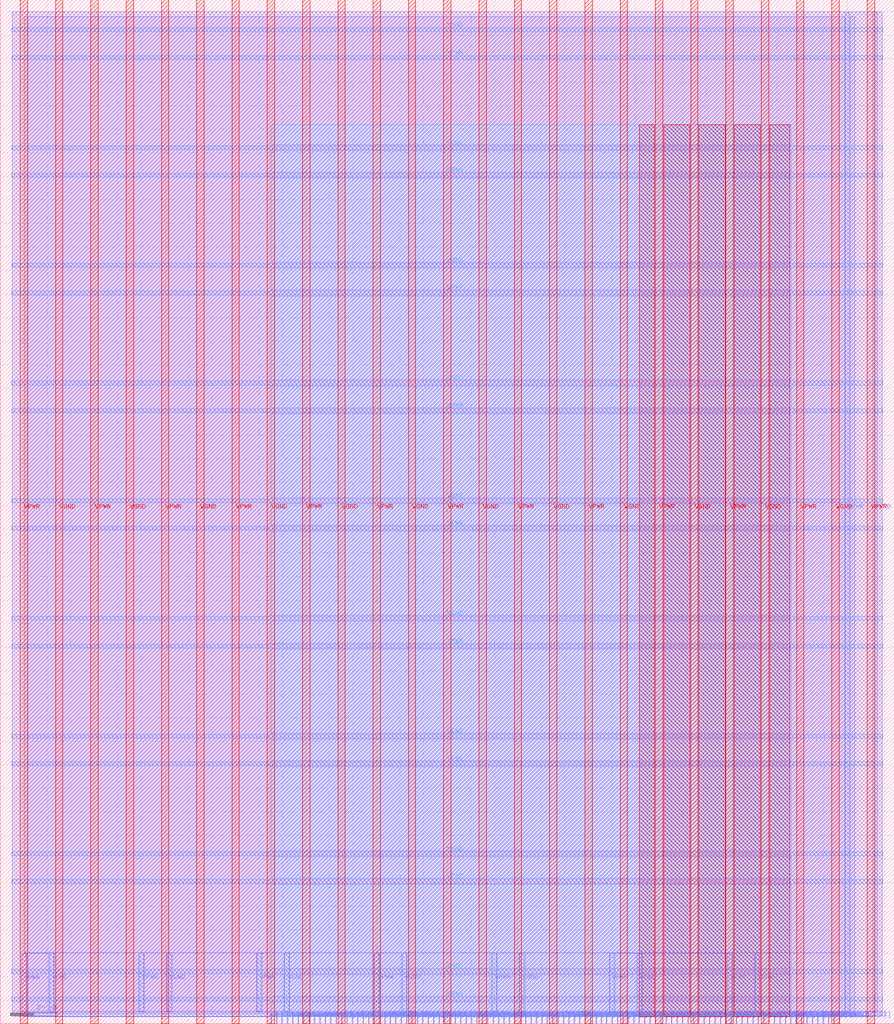
<source format=lef>
VERSION 5.7 ;
  NOWIREEXTENSIONATPIN ON ;
  DIVIDERCHAR "/" ;
  BUSBITCHARS "[]" ;
MACRO SRAM_1024x32_wrapper
  CLASS BLOCK ;
  FOREIGN SRAM_1024x32_wrapper ;
  ORIGIN 0.000 0.000 ;
  SIZE 380.000 BY 435.000 ;
  PIN VGND
    DIRECTION INOUT ;
    USE GROUND ;
    PORT
      LAYER met2 ;
        RECT 20.940 5.200 22.700 29.860 ;
    END
    PORT
      LAYER met2 ;
        RECT 70.940 5.200 72.700 29.860 ;
    END
    PORT
      LAYER met2 ;
        RECT 120.940 5.200 122.700 29.860 ;
    END
    PORT
      LAYER met2 ;
        RECT 170.940 5.200 172.700 29.860 ;
    END
    PORT
      LAYER met2 ;
        RECT 220.940 5.200 222.700 29.860 ;
    END
    PORT
      LAYER met2 ;
        RECT 270.940 5.200 272.700 29.720 ;
    END
    PORT
      LAYER met2 ;
        RECT 320.940 5.200 322.700 29.860 ;
    END
    PORT
      LAYER met2 ;
        RECT 370.940 5.200 372.700 430.000 ;
    END
    PORT
      LAYER met3 ;
        RECT 4.820 21.320 375.140 23.080 ;
    END
    PORT
      LAYER met3 ;
        RECT 4.820 71.320 375.140 73.080 ;
    END
    PORT
      LAYER met3 ;
        RECT 4.820 121.320 375.140 123.080 ;
    END
    PORT
      LAYER met3 ;
        RECT 4.820 171.320 375.140 173.080 ;
    END
    PORT
      LAYER met3 ;
        RECT 4.820 221.320 375.140 223.080 ;
    END
    PORT
      LAYER met3 ;
        RECT 4.820 271.320 375.140 273.080 ;
    END
    PORT
      LAYER met3 ;
        RECT 4.820 321.320 375.140 323.080 ;
    END
    PORT
      LAYER met3 ;
        RECT 4.820 371.320 375.140 373.080 ;
    END
    PORT
      LAYER met3 ;
        RECT 4.820 421.320 375.140 423.080 ;
    END
    PORT
      LAYER met4 ;
        RECT 23.510 0.000 26.610 435.000 ;
    END
    PORT
      LAYER met4 ;
        RECT 53.510 0.000 56.610 435.000 ;
    END
    PORT
      LAYER met4 ;
        RECT 83.510 0.000 86.610 435.000 ;
    END
    PORT
      LAYER met4 ;
        RECT 113.510 0.000 116.610 435.000 ;
    END
    PORT
      LAYER met4 ;
        RECT 143.510 0.000 146.610 435.000 ;
    END
    PORT
      LAYER met4 ;
        RECT 173.510 0.000 176.610 435.000 ;
    END
    PORT
      LAYER met4 ;
        RECT 203.510 0.000 206.610 435.000 ;
    END
    PORT
      LAYER met4 ;
        RECT 233.510 0.000 236.610 435.000 ;
    END
    PORT
      LAYER met4 ;
        RECT 263.510 0.000 266.610 435.000 ;
    END
    PORT
      LAYER met4 ;
        RECT 293.510 0.000 296.610 435.000 ;
    END
    PORT
      LAYER met4 ;
        RECT 323.510 0.000 326.610 435.000 ;
    END
    PORT
      LAYER met4 ;
        RECT 353.510 0.000 356.610 435.000 ;
    END
  END VGND
  PIN VPWR
    DIRECTION INOUT ;
    USE POWER ;
    PORT
      LAYER met2 ;
        RECT 9.180 5.200 10.940 29.720 ;
    END
    PORT
      LAYER met2 ;
        RECT 59.180 5.200 60.940 29.860 ;
    END
    PORT
      LAYER met2 ;
        RECT 109.180 5.200 110.940 29.860 ;
    END
    PORT
      LAYER met2 ;
        RECT 159.180 5.200 160.940 29.860 ;
    END
    PORT
      LAYER met2 ;
        RECT 209.180 5.200 210.940 29.860 ;
    END
    PORT
      LAYER met2 ;
        RECT 259.180 5.200 260.940 29.860 ;
    END
    PORT
      LAYER met2 ;
        RECT 309.180 5.200 310.940 29.860 ;
    END
    PORT
      LAYER met2 ;
        RECT 359.180 5.200 360.940 430.000 ;
    END
    PORT
      LAYER met3 ;
        RECT 4.820 9.560 375.140 11.320 ;
    END
    PORT
      LAYER met3 ;
        RECT 4.820 59.560 375.140 61.320 ;
    END
    PORT
      LAYER met3 ;
        RECT 4.820 109.560 375.140 111.320 ;
    END
    PORT
      LAYER met3 ;
        RECT 4.820 159.560 375.140 161.320 ;
    END
    PORT
      LAYER met3 ;
        RECT 4.820 209.560 375.140 211.320 ;
    END
    PORT
      LAYER met3 ;
        RECT 4.820 259.560 375.140 261.320 ;
    END
    PORT
      LAYER met3 ;
        RECT 4.820 309.560 375.140 311.320 ;
    END
    PORT
      LAYER met3 ;
        RECT 4.820 359.560 375.140 361.320 ;
    END
    PORT
      LAYER met3 ;
        RECT 4.820 409.560 375.140 411.320 ;
    END
    PORT
      LAYER met4 ;
        RECT 8.510 0.000 11.610 435.000 ;
    END
    PORT
      LAYER met4 ;
        RECT 38.510 0.000 41.610 435.000 ;
    END
    PORT
      LAYER met4 ;
        RECT 68.510 0.000 71.610 435.000 ;
    END
    PORT
      LAYER met4 ;
        RECT 98.510 0.000 101.610 435.000 ;
    END
    PORT
      LAYER met4 ;
        RECT 128.510 0.000 131.610 435.000 ;
    END
    PORT
      LAYER met4 ;
        RECT 158.510 0.000 161.610 435.000 ;
    END
    PORT
      LAYER met4 ;
        RECT 188.510 0.000 191.610 435.000 ;
    END
    PORT
      LAYER met4 ;
        RECT 218.510 0.000 221.610 435.000 ;
    END
    PORT
      LAYER met4 ;
        RECT 248.510 0.000 251.610 435.000 ;
    END
    PORT
      LAYER met4 ;
        RECT 278.510 0.000 281.610 435.000 ;
    END
    PORT
      LAYER met4 ;
        RECT 308.510 0.000 311.610 435.000 ;
    END
    PORT
      LAYER met4 ;
        RECT 338.510 0.000 341.610 435.000 ;
    END
    PORT
      LAYER met4 ;
        RECT 368.510 0.000 371.610 435.000 ;
    END
  END VPWR
  PIN wb_clk_i
    DIRECTION INPUT ;
    USE SIGNAL ;
    ANTENNAGATEAREA 0.852000 ;
    PORT
      LAYER met2 ;
        RECT 115.090 0.000 115.370 4.000 ;
    END
  END wb_clk_i
  PIN wb_rst_i
    DIRECTION INPUT ;
    USE SIGNAL ;
    ANTENNAGATEAREA 0.196500 ;
    PORT
      LAYER met2 ;
        RECT 117.390 0.000 117.670 4.000 ;
    END
  END wb_rst_i
  PIN wbs_ack_o
    DIRECTION OUTPUT TRISTATE ;
    USE SIGNAL ;
    ANTENNADIFFAREA 2.673000 ;
    PORT
      LAYER met2 ;
        RECT 119.690 0.000 119.970 4.000 ;
    END
  END wbs_ack_o
  PIN wbs_adr_i[0]
    DIRECTION INPUT ;
    USE SIGNAL ;
    ANTENNAGATEAREA 0.126000 ;
    PORT
      LAYER met2 ;
        RECT 128.890 0.000 129.170 4.000 ;
    END
  END wbs_adr_i[0]
  PIN wbs_adr_i[10]
    DIRECTION INPUT ;
    USE SIGNAL ;
    PORT
      LAYER met2 ;
        RECT 207.090 0.000 207.370 4.000 ;
    END
  END wbs_adr_i[10]
  PIN wbs_adr_i[11]
    DIRECTION INPUT ;
    USE SIGNAL ;
    PORT
      LAYER met2 ;
        RECT 213.990 0.000 214.270 4.000 ;
    END
  END wbs_adr_i[11]
  PIN wbs_adr_i[12]
    DIRECTION INPUT ;
    USE SIGNAL ;
    PORT
      LAYER met2 ;
        RECT 220.890 0.000 221.170 4.000 ;
    END
  END wbs_adr_i[12]
  PIN wbs_adr_i[13]
    DIRECTION INPUT ;
    USE SIGNAL ;
    PORT
      LAYER met2 ;
        RECT 227.790 0.000 228.070 4.000 ;
    END
  END wbs_adr_i[13]
  PIN wbs_adr_i[14]
    DIRECTION INPUT ;
    USE SIGNAL ;
    PORT
      LAYER met2 ;
        RECT 234.690 0.000 234.970 4.000 ;
    END
  END wbs_adr_i[14]
  PIN wbs_adr_i[15]
    DIRECTION INPUT ;
    USE SIGNAL ;
    PORT
      LAYER met2 ;
        RECT 241.590 0.000 241.870 4.000 ;
    END
  END wbs_adr_i[15]
  PIN wbs_adr_i[16]
    DIRECTION INPUT ;
    USE SIGNAL ;
    PORT
      LAYER met2 ;
        RECT 248.490 0.000 248.770 4.000 ;
    END
  END wbs_adr_i[16]
  PIN wbs_adr_i[17]
    DIRECTION INPUT ;
    USE SIGNAL ;
    PORT
      LAYER met2 ;
        RECT 255.390 0.000 255.670 4.000 ;
    END
  END wbs_adr_i[17]
  PIN wbs_adr_i[18]
    DIRECTION INPUT ;
    USE SIGNAL ;
    PORT
      LAYER met2 ;
        RECT 262.290 0.000 262.570 4.000 ;
    END
  END wbs_adr_i[18]
  PIN wbs_adr_i[19]
    DIRECTION INPUT ;
    USE SIGNAL ;
    PORT
      LAYER met2 ;
        RECT 269.190 0.000 269.470 4.000 ;
    END
  END wbs_adr_i[19]
  PIN wbs_adr_i[1]
    DIRECTION INPUT ;
    USE SIGNAL ;
    ANTENNAGATEAREA 0.126000 ;
    PORT
      LAYER met2 ;
        RECT 138.090 0.000 138.370 4.000 ;
    END
  END wbs_adr_i[1]
  PIN wbs_adr_i[20]
    DIRECTION INPUT ;
    USE SIGNAL ;
    PORT
      LAYER met2 ;
        RECT 276.090 0.000 276.370 4.000 ;
    END
  END wbs_adr_i[20]
  PIN wbs_adr_i[21]
    DIRECTION INPUT ;
    USE SIGNAL ;
    PORT
      LAYER met2 ;
        RECT 282.990 0.000 283.270 4.000 ;
    END
  END wbs_adr_i[21]
  PIN wbs_adr_i[22]
    DIRECTION INPUT ;
    USE SIGNAL ;
    PORT
      LAYER met2 ;
        RECT 289.890 0.000 290.170 4.000 ;
    END
  END wbs_adr_i[22]
  PIN wbs_adr_i[23]
    DIRECTION INPUT ;
    USE SIGNAL ;
    PORT
      LAYER met2 ;
        RECT 296.790 0.000 297.070 4.000 ;
    END
  END wbs_adr_i[23]
  PIN wbs_adr_i[24]
    DIRECTION INPUT ;
    USE SIGNAL ;
    PORT
      LAYER met2 ;
        RECT 303.690 0.000 303.970 4.000 ;
    END
  END wbs_adr_i[24]
  PIN wbs_adr_i[25]
    DIRECTION INPUT ;
    USE SIGNAL ;
    PORT
      LAYER met2 ;
        RECT 310.590 0.000 310.870 4.000 ;
    END
  END wbs_adr_i[25]
  PIN wbs_adr_i[26]
    DIRECTION INPUT ;
    USE SIGNAL ;
    PORT
      LAYER met2 ;
        RECT 317.490 0.000 317.770 4.000 ;
    END
  END wbs_adr_i[26]
  PIN wbs_adr_i[27]
    DIRECTION INPUT ;
    USE SIGNAL ;
    PORT
      LAYER met2 ;
        RECT 324.390 0.000 324.670 4.000 ;
    END
  END wbs_adr_i[27]
  PIN wbs_adr_i[28]
    DIRECTION INPUT ;
    USE SIGNAL ;
    PORT
      LAYER met2 ;
        RECT 331.290 0.000 331.570 4.000 ;
    END
  END wbs_adr_i[28]
  PIN wbs_adr_i[29]
    DIRECTION INPUT ;
    USE SIGNAL ;
    PORT
      LAYER met2 ;
        RECT 338.190 0.000 338.470 4.000 ;
    END
  END wbs_adr_i[29]
  PIN wbs_adr_i[2]
    DIRECTION INPUT ;
    USE SIGNAL ;
    ANTENNAGATEAREA 0.126000 ;
    PORT
      LAYER met2 ;
        RECT 147.290 0.000 147.570 4.000 ;
    END
  END wbs_adr_i[2]
  PIN wbs_adr_i[30]
    DIRECTION INPUT ;
    USE SIGNAL ;
    PORT
      LAYER met2 ;
        RECT 345.090 0.000 345.370 4.000 ;
    END
  END wbs_adr_i[30]
  PIN wbs_adr_i[31]
    DIRECTION INPUT ;
    USE SIGNAL ;
    PORT
      LAYER met2 ;
        RECT 351.990 0.000 352.270 4.000 ;
    END
  END wbs_adr_i[31]
  PIN wbs_adr_i[3]
    DIRECTION INPUT ;
    USE SIGNAL ;
    ANTENNAGATEAREA 0.126000 ;
    PORT
      LAYER met2 ;
        RECT 156.490 0.000 156.770 4.000 ;
    END
  END wbs_adr_i[3]
  PIN wbs_adr_i[4]
    DIRECTION INPUT ;
    USE SIGNAL ;
    ANTENNAGATEAREA 0.126000 ;
    PORT
      LAYER met2 ;
        RECT 165.690 0.000 165.970 4.000 ;
    END
  END wbs_adr_i[4]
  PIN wbs_adr_i[5]
    DIRECTION INPUT ;
    USE SIGNAL ;
    ANTENNAGATEAREA 0.126000 ;
    PORT
      LAYER met2 ;
        RECT 172.590 0.000 172.870 4.000 ;
    END
  END wbs_adr_i[5]
  PIN wbs_adr_i[6]
    DIRECTION INPUT ;
    USE SIGNAL ;
    ANTENNAGATEAREA 0.126000 ;
    PORT
      LAYER met2 ;
        RECT 179.490 0.000 179.770 4.000 ;
    END
  END wbs_adr_i[6]
  PIN wbs_adr_i[7]
    DIRECTION INPUT ;
    USE SIGNAL ;
    ANTENNAGATEAREA 0.126000 ;
    PORT
      LAYER met2 ;
        RECT 186.390 0.000 186.670 4.000 ;
    END
  END wbs_adr_i[7]
  PIN wbs_adr_i[8]
    DIRECTION INPUT ;
    USE SIGNAL ;
    ANTENNAGATEAREA 0.126000 ;
    PORT
      LAYER met2 ;
        RECT 193.290 0.000 193.570 4.000 ;
    END
  END wbs_adr_i[8]
  PIN wbs_adr_i[9]
    DIRECTION INPUT ;
    USE SIGNAL ;
    ANTENNAGATEAREA 0.126000 ;
    PORT
      LAYER met2 ;
        RECT 200.190 0.000 200.470 4.000 ;
    END
  END wbs_adr_i[9]
  PIN wbs_cyc_i
    DIRECTION INPUT ;
    USE SIGNAL ;
    ANTENNAGATEAREA 0.196500 ;
    PORT
      LAYER met2 ;
        RECT 121.990 0.000 122.270 4.000 ;
    END
  END wbs_cyc_i
  PIN wbs_dat_i[0]
    DIRECTION INPUT ;
    USE SIGNAL ;
    ANTENNAGATEAREA 0.126000 ;
    PORT
      LAYER met2 ;
        RECT 131.190 0.000 131.470 4.000 ;
    END
  END wbs_dat_i[0]
  PIN wbs_dat_i[10]
    DIRECTION INPUT ;
    USE SIGNAL ;
    ANTENNAGATEAREA 0.126000 ;
    PORT
      LAYER met2 ;
        RECT 209.390 0.000 209.670 4.000 ;
    END
  END wbs_dat_i[10]
  PIN wbs_dat_i[11]
    DIRECTION INPUT ;
    USE SIGNAL ;
    ANTENNAGATEAREA 0.126000 ;
    PORT
      LAYER met2 ;
        RECT 216.290 0.000 216.570 4.000 ;
    END
  END wbs_dat_i[11]
  PIN wbs_dat_i[12]
    DIRECTION INPUT ;
    USE SIGNAL ;
    ANTENNAGATEAREA 0.126000 ;
    PORT
      LAYER met2 ;
        RECT 223.190 0.000 223.470 4.000 ;
    END
  END wbs_dat_i[12]
  PIN wbs_dat_i[13]
    DIRECTION INPUT ;
    USE SIGNAL ;
    ANTENNAGATEAREA 0.126000 ;
    PORT
      LAYER met2 ;
        RECT 230.090 0.000 230.370 4.000 ;
    END
  END wbs_dat_i[13]
  PIN wbs_dat_i[14]
    DIRECTION INPUT ;
    USE SIGNAL ;
    ANTENNAGATEAREA 0.126000 ;
    PORT
      LAYER met2 ;
        RECT 236.990 0.000 237.270 4.000 ;
    END
  END wbs_dat_i[14]
  PIN wbs_dat_i[15]
    DIRECTION INPUT ;
    USE SIGNAL ;
    ANTENNAGATEAREA 0.126000 ;
    PORT
      LAYER met2 ;
        RECT 243.890 0.000 244.170 4.000 ;
    END
  END wbs_dat_i[15]
  PIN wbs_dat_i[16]
    DIRECTION INPUT ;
    USE SIGNAL ;
    ANTENNAGATEAREA 0.126000 ;
    PORT
      LAYER met2 ;
        RECT 250.790 0.000 251.070 4.000 ;
    END
  END wbs_dat_i[16]
  PIN wbs_dat_i[17]
    DIRECTION INPUT ;
    USE SIGNAL ;
    ANTENNAGATEAREA 0.126000 ;
    PORT
      LAYER met2 ;
        RECT 257.690 0.000 257.970 4.000 ;
    END
  END wbs_dat_i[17]
  PIN wbs_dat_i[18]
    DIRECTION INPUT ;
    USE SIGNAL ;
    ANTENNAGATEAREA 0.126000 ;
    PORT
      LAYER met2 ;
        RECT 264.590 0.000 264.870 4.000 ;
    END
  END wbs_dat_i[18]
  PIN wbs_dat_i[19]
    DIRECTION INPUT ;
    USE SIGNAL ;
    ANTENNAGATEAREA 0.126000 ;
    PORT
      LAYER met2 ;
        RECT 271.490 0.000 271.770 4.000 ;
    END
  END wbs_dat_i[19]
  PIN wbs_dat_i[1]
    DIRECTION INPUT ;
    USE SIGNAL ;
    ANTENNAGATEAREA 0.126000 ;
    PORT
      LAYER met2 ;
        RECT 140.390 0.000 140.670 4.000 ;
    END
  END wbs_dat_i[1]
  PIN wbs_dat_i[20]
    DIRECTION INPUT ;
    USE SIGNAL ;
    ANTENNAGATEAREA 0.126000 ;
    PORT
      LAYER met2 ;
        RECT 278.390 0.000 278.670 4.000 ;
    END
  END wbs_dat_i[20]
  PIN wbs_dat_i[21]
    DIRECTION INPUT ;
    USE SIGNAL ;
    ANTENNAGATEAREA 0.126000 ;
    PORT
      LAYER met2 ;
        RECT 285.290 0.000 285.570 4.000 ;
    END
  END wbs_dat_i[21]
  PIN wbs_dat_i[22]
    DIRECTION INPUT ;
    USE SIGNAL ;
    ANTENNAGATEAREA 0.126000 ;
    PORT
      LAYER met2 ;
        RECT 292.190 0.000 292.470 4.000 ;
    END
  END wbs_dat_i[22]
  PIN wbs_dat_i[23]
    DIRECTION INPUT ;
    USE SIGNAL ;
    ANTENNAGATEAREA 0.126000 ;
    PORT
      LAYER met2 ;
        RECT 299.090 0.000 299.370 4.000 ;
    END
  END wbs_dat_i[23]
  PIN wbs_dat_i[24]
    DIRECTION INPUT ;
    USE SIGNAL ;
    ANTENNAGATEAREA 0.126000 ;
    PORT
      LAYER met2 ;
        RECT 305.990 0.000 306.270 4.000 ;
    END
  END wbs_dat_i[24]
  PIN wbs_dat_i[25]
    DIRECTION INPUT ;
    USE SIGNAL ;
    ANTENNAGATEAREA 0.126000 ;
    PORT
      LAYER met2 ;
        RECT 312.890 0.000 313.170 4.000 ;
    END
  END wbs_dat_i[25]
  PIN wbs_dat_i[26]
    DIRECTION INPUT ;
    USE SIGNAL ;
    ANTENNAGATEAREA 0.126000 ;
    PORT
      LAYER met2 ;
        RECT 319.790 0.000 320.070 4.000 ;
    END
  END wbs_dat_i[26]
  PIN wbs_dat_i[27]
    DIRECTION INPUT ;
    USE SIGNAL ;
    ANTENNAGATEAREA 0.126000 ;
    PORT
      LAYER met2 ;
        RECT 326.690 0.000 326.970 4.000 ;
    END
  END wbs_dat_i[27]
  PIN wbs_dat_i[28]
    DIRECTION INPUT ;
    USE SIGNAL ;
    ANTENNAGATEAREA 0.126000 ;
    PORT
      LAYER met2 ;
        RECT 333.590 0.000 333.870 4.000 ;
    END
  END wbs_dat_i[28]
  PIN wbs_dat_i[29]
    DIRECTION INPUT ;
    USE SIGNAL ;
    ANTENNAGATEAREA 0.126000 ;
    PORT
      LAYER met2 ;
        RECT 340.490 0.000 340.770 4.000 ;
    END
  END wbs_dat_i[29]
  PIN wbs_dat_i[2]
    DIRECTION INPUT ;
    USE SIGNAL ;
    ANTENNAGATEAREA 0.126000 ;
    PORT
      LAYER met2 ;
        RECT 149.590 0.000 149.870 4.000 ;
    END
  END wbs_dat_i[2]
  PIN wbs_dat_i[30]
    DIRECTION INPUT ;
    USE SIGNAL ;
    ANTENNAGATEAREA 0.126000 ;
    PORT
      LAYER met2 ;
        RECT 347.390 0.000 347.670 4.000 ;
    END
  END wbs_dat_i[30]
  PIN wbs_dat_i[31]
    DIRECTION INPUT ;
    USE SIGNAL ;
    ANTENNAGATEAREA 0.126000 ;
    PORT
      LAYER met2 ;
        RECT 354.290 0.000 354.570 4.000 ;
    END
  END wbs_dat_i[31]
  PIN wbs_dat_i[3]
    DIRECTION INPUT ;
    USE SIGNAL ;
    ANTENNAGATEAREA 0.126000 ;
    PORT
      LAYER met2 ;
        RECT 158.790 0.000 159.070 4.000 ;
    END
  END wbs_dat_i[3]
  PIN wbs_dat_i[4]
    DIRECTION INPUT ;
    USE SIGNAL ;
    ANTENNAGATEAREA 0.126000 ;
    PORT
      LAYER met2 ;
        RECT 167.990 0.000 168.270 4.000 ;
    END
  END wbs_dat_i[4]
  PIN wbs_dat_i[5]
    DIRECTION INPUT ;
    USE SIGNAL ;
    ANTENNAGATEAREA 0.126000 ;
    PORT
      LAYER met2 ;
        RECT 174.890 0.000 175.170 4.000 ;
    END
  END wbs_dat_i[5]
  PIN wbs_dat_i[6]
    DIRECTION INPUT ;
    USE SIGNAL ;
    ANTENNAGATEAREA 0.126000 ;
    PORT
      LAYER met2 ;
        RECT 181.790 0.000 182.070 4.000 ;
    END
  END wbs_dat_i[6]
  PIN wbs_dat_i[7]
    DIRECTION INPUT ;
    USE SIGNAL ;
    ANTENNAGATEAREA 0.126000 ;
    PORT
      LAYER met2 ;
        RECT 188.690 0.000 188.970 4.000 ;
    END
  END wbs_dat_i[7]
  PIN wbs_dat_i[8]
    DIRECTION INPUT ;
    USE SIGNAL ;
    ANTENNAGATEAREA 0.126000 ;
    PORT
      LAYER met2 ;
        RECT 195.590 0.000 195.870 4.000 ;
    END
  END wbs_dat_i[8]
  PIN wbs_dat_i[9]
    DIRECTION INPUT ;
    USE SIGNAL ;
    ANTENNAGATEAREA 0.126000 ;
    PORT
      LAYER met2 ;
        RECT 202.490 0.000 202.770 4.000 ;
    END
  END wbs_dat_i[9]
  PIN wbs_dat_o[0]
    DIRECTION OUTPUT TRISTATE ;
    USE SIGNAL ;
    ANTENNADIFFAREA 2.673000 ;
    PORT
      LAYER met2 ;
        RECT 133.490 0.000 133.770 4.000 ;
    END
  END wbs_dat_o[0]
  PIN wbs_dat_o[10]
    DIRECTION OUTPUT TRISTATE ;
    USE SIGNAL ;
    ANTENNADIFFAREA 2.673000 ;
    PORT
      LAYER met2 ;
        RECT 211.690 0.000 211.970 4.000 ;
    END
  END wbs_dat_o[10]
  PIN wbs_dat_o[11]
    DIRECTION OUTPUT TRISTATE ;
    USE SIGNAL ;
    ANTENNADIFFAREA 2.673000 ;
    PORT
      LAYER met2 ;
        RECT 218.590 0.000 218.870 4.000 ;
    END
  END wbs_dat_o[11]
  PIN wbs_dat_o[12]
    DIRECTION OUTPUT TRISTATE ;
    USE SIGNAL ;
    ANTENNADIFFAREA 2.673000 ;
    PORT
      LAYER met2 ;
        RECT 225.490 0.000 225.770 4.000 ;
    END
  END wbs_dat_o[12]
  PIN wbs_dat_o[13]
    DIRECTION OUTPUT TRISTATE ;
    USE SIGNAL ;
    ANTENNADIFFAREA 2.673000 ;
    PORT
      LAYER met2 ;
        RECT 232.390 0.000 232.670 4.000 ;
    END
  END wbs_dat_o[13]
  PIN wbs_dat_o[14]
    DIRECTION OUTPUT TRISTATE ;
    USE SIGNAL ;
    ANTENNADIFFAREA 2.673000 ;
    PORT
      LAYER met2 ;
        RECT 239.290 0.000 239.570 4.000 ;
    END
  END wbs_dat_o[14]
  PIN wbs_dat_o[15]
    DIRECTION OUTPUT TRISTATE ;
    USE SIGNAL ;
    ANTENNADIFFAREA 2.673000 ;
    PORT
      LAYER met2 ;
        RECT 246.190 0.000 246.470 4.000 ;
    END
  END wbs_dat_o[15]
  PIN wbs_dat_o[16]
    DIRECTION OUTPUT TRISTATE ;
    USE SIGNAL ;
    ANTENNADIFFAREA 2.673000 ;
    PORT
      LAYER met2 ;
        RECT 253.090 0.000 253.370 4.000 ;
    END
  END wbs_dat_o[16]
  PIN wbs_dat_o[17]
    DIRECTION OUTPUT TRISTATE ;
    USE SIGNAL ;
    ANTENNADIFFAREA 2.673000 ;
    PORT
      LAYER met2 ;
        RECT 259.990 0.000 260.270 4.000 ;
    END
  END wbs_dat_o[17]
  PIN wbs_dat_o[18]
    DIRECTION OUTPUT TRISTATE ;
    USE SIGNAL ;
    ANTENNADIFFAREA 2.673000 ;
    PORT
      LAYER met2 ;
        RECT 266.890 0.000 267.170 4.000 ;
    END
  END wbs_dat_o[18]
  PIN wbs_dat_o[19]
    DIRECTION OUTPUT TRISTATE ;
    USE SIGNAL ;
    ANTENNADIFFAREA 2.673000 ;
    PORT
      LAYER met2 ;
        RECT 273.790 0.000 274.070 4.000 ;
    END
  END wbs_dat_o[19]
  PIN wbs_dat_o[1]
    DIRECTION OUTPUT TRISTATE ;
    USE SIGNAL ;
    ANTENNADIFFAREA 2.673000 ;
    PORT
      LAYER met2 ;
        RECT 142.690 0.000 142.970 4.000 ;
    END
  END wbs_dat_o[1]
  PIN wbs_dat_o[20]
    DIRECTION OUTPUT TRISTATE ;
    USE SIGNAL ;
    ANTENNADIFFAREA 2.673000 ;
    PORT
      LAYER met2 ;
        RECT 280.690 0.000 280.970 4.000 ;
    END
  END wbs_dat_o[20]
  PIN wbs_dat_o[21]
    DIRECTION OUTPUT TRISTATE ;
    USE SIGNAL ;
    ANTENNADIFFAREA 2.673000 ;
    PORT
      LAYER met2 ;
        RECT 287.590 0.000 287.870 4.000 ;
    END
  END wbs_dat_o[21]
  PIN wbs_dat_o[22]
    DIRECTION OUTPUT TRISTATE ;
    USE SIGNAL ;
    ANTENNADIFFAREA 2.673000 ;
    PORT
      LAYER met2 ;
        RECT 294.490 0.000 294.770 4.000 ;
    END
  END wbs_dat_o[22]
  PIN wbs_dat_o[23]
    DIRECTION OUTPUT TRISTATE ;
    USE SIGNAL ;
    ANTENNADIFFAREA 2.673000 ;
    PORT
      LAYER met2 ;
        RECT 301.390 0.000 301.670 4.000 ;
    END
  END wbs_dat_o[23]
  PIN wbs_dat_o[24]
    DIRECTION OUTPUT TRISTATE ;
    USE SIGNAL ;
    ANTENNADIFFAREA 2.673000 ;
    PORT
      LAYER met2 ;
        RECT 308.290 0.000 308.570 4.000 ;
    END
  END wbs_dat_o[24]
  PIN wbs_dat_o[25]
    DIRECTION OUTPUT TRISTATE ;
    USE SIGNAL ;
    ANTENNADIFFAREA 2.673000 ;
    PORT
      LAYER met2 ;
        RECT 315.190 0.000 315.470 4.000 ;
    END
  END wbs_dat_o[25]
  PIN wbs_dat_o[26]
    DIRECTION OUTPUT TRISTATE ;
    USE SIGNAL ;
    ANTENNADIFFAREA 2.673000 ;
    PORT
      LAYER met2 ;
        RECT 322.090 0.000 322.370 4.000 ;
    END
  END wbs_dat_o[26]
  PIN wbs_dat_o[27]
    DIRECTION OUTPUT TRISTATE ;
    USE SIGNAL ;
    ANTENNADIFFAREA 2.673000 ;
    PORT
      LAYER met2 ;
        RECT 328.990 0.000 329.270 4.000 ;
    END
  END wbs_dat_o[27]
  PIN wbs_dat_o[28]
    DIRECTION OUTPUT TRISTATE ;
    USE SIGNAL ;
    ANTENNADIFFAREA 2.673000 ;
    PORT
      LAYER met2 ;
        RECT 335.890 0.000 336.170 4.000 ;
    END
  END wbs_dat_o[28]
  PIN wbs_dat_o[29]
    DIRECTION OUTPUT TRISTATE ;
    USE SIGNAL ;
    ANTENNADIFFAREA 2.673000 ;
    PORT
      LAYER met2 ;
        RECT 342.790 0.000 343.070 4.000 ;
    END
  END wbs_dat_o[29]
  PIN wbs_dat_o[2]
    DIRECTION OUTPUT TRISTATE ;
    USE SIGNAL ;
    ANTENNADIFFAREA 2.673000 ;
    PORT
      LAYER met2 ;
        RECT 151.890 0.000 152.170 4.000 ;
    END
  END wbs_dat_o[2]
  PIN wbs_dat_o[30]
    DIRECTION OUTPUT TRISTATE ;
    USE SIGNAL ;
    ANTENNADIFFAREA 2.673000 ;
    PORT
      LAYER met2 ;
        RECT 349.690 0.000 349.970 4.000 ;
    END
  END wbs_dat_o[30]
  PIN wbs_dat_o[31]
    DIRECTION OUTPUT TRISTATE ;
    USE SIGNAL ;
    ANTENNADIFFAREA 2.673000 ;
    PORT
      LAYER met2 ;
        RECT 356.590 0.000 356.870 4.000 ;
    END
  END wbs_dat_o[31]
  PIN wbs_dat_o[3]
    DIRECTION OUTPUT TRISTATE ;
    USE SIGNAL ;
    ANTENNADIFFAREA 2.673000 ;
    PORT
      LAYER met2 ;
        RECT 161.090 0.000 161.370 4.000 ;
    END
  END wbs_dat_o[3]
  PIN wbs_dat_o[4]
    DIRECTION OUTPUT TRISTATE ;
    USE SIGNAL ;
    ANTENNADIFFAREA 2.673000 ;
    PORT
      LAYER met2 ;
        RECT 170.290 0.000 170.570 4.000 ;
    END
  END wbs_dat_o[4]
  PIN wbs_dat_o[5]
    DIRECTION OUTPUT TRISTATE ;
    USE SIGNAL ;
    ANTENNADIFFAREA 2.673000 ;
    PORT
      LAYER met2 ;
        RECT 177.190 0.000 177.470 4.000 ;
    END
  END wbs_dat_o[5]
  PIN wbs_dat_o[6]
    DIRECTION OUTPUT TRISTATE ;
    USE SIGNAL ;
    ANTENNADIFFAREA 2.673000 ;
    PORT
      LAYER met2 ;
        RECT 184.090 0.000 184.370 4.000 ;
    END
  END wbs_dat_o[6]
  PIN wbs_dat_o[7]
    DIRECTION OUTPUT TRISTATE ;
    USE SIGNAL ;
    ANTENNADIFFAREA 2.673000 ;
    PORT
      LAYER met2 ;
        RECT 190.990 0.000 191.270 4.000 ;
    END
  END wbs_dat_o[7]
  PIN wbs_dat_o[8]
    DIRECTION OUTPUT TRISTATE ;
    USE SIGNAL ;
    ANTENNADIFFAREA 2.673000 ;
    PORT
      LAYER met2 ;
        RECT 197.890 0.000 198.170 4.000 ;
    END
  END wbs_dat_o[8]
  PIN wbs_dat_o[9]
    DIRECTION OUTPUT TRISTATE ;
    USE SIGNAL ;
    ANTENNADIFFAREA 2.673000 ;
    PORT
      LAYER met2 ;
        RECT 204.790 0.000 205.070 4.000 ;
    END
  END wbs_dat_o[9]
  PIN wbs_sel_i[0]
    DIRECTION INPUT ;
    USE SIGNAL ;
    ANTENNAGATEAREA 0.126000 ;
    PORT
      LAYER met2 ;
        RECT 135.790 0.000 136.070 4.000 ;
    END
  END wbs_sel_i[0]
  PIN wbs_sel_i[1]
    DIRECTION INPUT ;
    USE SIGNAL ;
    ANTENNAGATEAREA 0.126000 ;
    PORT
      LAYER met2 ;
        RECT 144.990 0.000 145.270 4.000 ;
    END
  END wbs_sel_i[1]
  PIN wbs_sel_i[2]
    DIRECTION INPUT ;
    USE SIGNAL ;
    ANTENNAGATEAREA 0.126000 ;
    PORT
      LAYER met2 ;
        RECT 154.190 0.000 154.470 4.000 ;
    END
  END wbs_sel_i[2]
  PIN wbs_sel_i[3]
    DIRECTION INPUT ;
    USE SIGNAL ;
    ANTENNAGATEAREA 0.126000 ;
    PORT
      LAYER met2 ;
        RECT 163.390 0.000 163.670 4.000 ;
    END
  END wbs_sel_i[3]
  PIN wbs_stb_i
    DIRECTION INPUT ;
    USE SIGNAL ;
    ANTENNAGATEAREA 0.196500 ;
    PORT
      LAYER met2 ;
        RECT 124.290 0.000 124.570 4.000 ;
    END
  END wbs_stb_i
  PIN wbs_we_i
    DIRECTION INPUT ;
    USE SIGNAL ;
    ANTENNAGATEAREA 0.126000 ;
    PORT
      LAYER met2 ;
        RECT 126.590 0.000 126.870 4.000 ;
    END
  END wbs_we_i
  OBS
      LAYER li1 ;
        RECT 5.060 5.355 374.900 429.845 ;
      LAYER met1 ;
        RECT 5.060 3.100 374.900 430.000 ;
      LAYER met2 ;
        RECT 10.100 30.140 358.900 427.870 ;
        RECT 10.100 30.000 20.660 30.140 ;
        RECT 11.220 4.920 20.660 30.000 ;
        RECT 22.980 4.920 58.900 30.140 ;
        RECT 61.220 4.920 70.660 30.140 ;
        RECT 72.980 4.920 108.900 30.140 ;
        RECT 111.220 4.920 120.660 30.140 ;
        RECT 122.980 4.920 158.900 30.140 ;
        RECT 161.220 4.920 170.660 30.140 ;
        RECT 172.980 4.920 208.900 30.140 ;
        RECT 211.220 4.920 220.660 30.140 ;
        RECT 222.980 4.920 258.900 30.140 ;
        RECT 261.220 30.000 308.900 30.140 ;
        RECT 261.220 4.920 270.660 30.000 ;
        RECT 272.980 4.920 308.900 30.000 ;
        RECT 311.220 4.920 320.660 30.140 ;
        RECT 322.980 4.920 358.900 30.140 ;
        RECT 361.220 4.920 363.300 427.870 ;
        RECT 10.100 4.280 363.300 4.920 ;
        RECT 10.100 3.070 114.810 4.280 ;
        RECT 115.650 3.070 117.110 4.280 ;
        RECT 117.950 3.070 119.410 4.280 ;
        RECT 120.250 3.070 121.710 4.280 ;
        RECT 122.550 3.070 124.010 4.280 ;
        RECT 124.850 3.070 126.310 4.280 ;
        RECT 127.150 3.070 128.610 4.280 ;
        RECT 129.450 3.070 130.910 4.280 ;
        RECT 131.750 3.070 133.210 4.280 ;
        RECT 134.050 3.070 135.510 4.280 ;
        RECT 136.350 3.070 137.810 4.280 ;
        RECT 138.650 3.070 140.110 4.280 ;
        RECT 140.950 3.070 142.410 4.280 ;
        RECT 143.250 3.070 144.710 4.280 ;
        RECT 145.550 3.070 147.010 4.280 ;
        RECT 147.850 3.070 149.310 4.280 ;
        RECT 150.150 3.070 151.610 4.280 ;
        RECT 152.450 3.070 153.910 4.280 ;
        RECT 154.750 3.070 156.210 4.280 ;
        RECT 157.050 3.070 158.510 4.280 ;
        RECT 159.350 3.070 160.810 4.280 ;
        RECT 161.650 3.070 163.110 4.280 ;
        RECT 163.950 3.070 165.410 4.280 ;
        RECT 166.250 3.070 167.710 4.280 ;
        RECT 168.550 3.070 170.010 4.280 ;
        RECT 170.850 3.070 172.310 4.280 ;
        RECT 173.150 3.070 174.610 4.280 ;
        RECT 175.450 3.070 176.910 4.280 ;
        RECT 177.750 3.070 179.210 4.280 ;
        RECT 180.050 3.070 181.510 4.280 ;
        RECT 182.350 3.070 183.810 4.280 ;
        RECT 184.650 3.070 186.110 4.280 ;
        RECT 186.950 3.070 188.410 4.280 ;
        RECT 189.250 3.070 190.710 4.280 ;
        RECT 191.550 3.070 193.010 4.280 ;
        RECT 193.850 3.070 195.310 4.280 ;
        RECT 196.150 3.070 197.610 4.280 ;
        RECT 198.450 3.070 199.910 4.280 ;
        RECT 200.750 3.070 202.210 4.280 ;
        RECT 203.050 3.070 204.510 4.280 ;
        RECT 205.350 3.070 206.810 4.280 ;
        RECT 207.650 3.070 209.110 4.280 ;
        RECT 209.950 3.070 211.410 4.280 ;
        RECT 212.250 3.070 213.710 4.280 ;
        RECT 214.550 3.070 216.010 4.280 ;
        RECT 216.850 3.070 218.310 4.280 ;
        RECT 219.150 3.070 220.610 4.280 ;
        RECT 221.450 3.070 222.910 4.280 ;
        RECT 223.750 3.070 225.210 4.280 ;
        RECT 226.050 3.070 227.510 4.280 ;
        RECT 228.350 3.070 229.810 4.280 ;
        RECT 230.650 3.070 232.110 4.280 ;
        RECT 232.950 3.070 234.410 4.280 ;
        RECT 235.250 3.070 236.710 4.280 ;
        RECT 237.550 3.070 239.010 4.280 ;
        RECT 239.850 3.070 241.310 4.280 ;
        RECT 242.150 3.070 243.610 4.280 ;
        RECT 244.450 3.070 245.910 4.280 ;
        RECT 246.750 3.070 248.210 4.280 ;
        RECT 249.050 3.070 250.510 4.280 ;
        RECT 251.350 3.070 252.810 4.280 ;
        RECT 253.650 3.070 255.110 4.280 ;
        RECT 255.950 3.070 257.410 4.280 ;
        RECT 258.250 3.070 259.710 4.280 ;
        RECT 260.550 3.070 262.010 4.280 ;
        RECT 262.850 3.070 264.310 4.280 ;
        RECT 265.150 3.070 266.610 4.280 ;
        RECT 267.450 3.070 268.910 4.280 ;
        RECT 269.750 3.070 271.210 4.280 ;
        RECT 272.050 3.070 273.510 4.280 ;
        RECT 274.350 3.070 275.810 4.280 ;
        RECT 276.650 3.070 278.110 4.280 ;
        RECT 278.950 3.070 280.410 4.280 ;
        RECT 281.250 3.070 282.710 4.280 ;
        RECT 283.550 3.070 285.010 4.280 ;
        RECT 285.850 3.070 287.310 4.280 ;
        RECT 288.150 3.070 289.610 4.280 ;
        RECT 290.450 3.070 291.910 4.280 ;
        RECT 292.750 3.070 294.210 4.280 ;
        RECT 295.050 3.070 296.510 4.280 ;
        RECT 297.350 3.070 298.810 4.280 ;
        RECT 299.650 3.070 301.110 4.280 ;
        RECT 301.950 3.070 303.410 4.280 ;
        RECT 304.250 3.070 305.710 4.280 ;
        RECT 306.550 3.070 308.010 4.280 ;
        RECT 308.850 3.070 310.310 4.280 ;
        RECT 311.150 3.070 312.610 4.280 ;
        RECT 313.450 3.070 314.910 4.280 ;
        RECT 315.750 3.070 317.210 4.280 ;
        RECT 318.050 3.070 319.510 4.280 ;
        RECT 320.350 3.070 321.810 4.280 ;
        RECT 322.650 3.070 324.110 4.280 ;
        RECT 324.950 3.070 326.410 4.280 ;
        RECT 327.250 3.070 328.710 4.280 ;
        RECT 329.550 3.070 331.010 4.280 ;
        RECT 331.850 3.070 333.310 4.280 ;
        RECT 334.150 3.070 335.610 4.280 ;
        RECT 336.450 3.070 337.910 4.280 ;
        RECT 338.750 3.070 340.210 4.280 ;
        RECT 341.050 3.070 342.510 4.280 ;
        RECT 343.350 3.070 344.810 4.280 ;
        RECT 345.650 3.070 347.110 4.280 ;
        RECT 347.950 3.070 349.410 4.280 ;
        RECT 350.250 3.070 351.710 4.280 ;
        RECT 352.550 3.070 354.010 4.280 ;
        RECT 354.850 3.070 356.310 4.280 ;
        RECT 357.150 3.070 363.300 4.280 ;
      LAYER met3 ;
        RECT 115.065 373.480 336.195 381.985 ;
        RECT 115.065 361.720 336.195 370.920 ;
        RECT 115.065 323.480 336.195 359.160 ;
        RECT 115.065 311.720 336.195 320.920 ;
        RECT 115.065 273.480 336.195 309.160 ;
        RECT 115.065 261.720 336.195 270.920 ;
        RECT 115.065 223.480 336.195 259.160 ;
        RECT 115.065 211.720 336.195 220.920 ;
        RECT 115.065 173.480 336.195 209.160 ;
        RECT 115.065 161.720 336.195 170.920 ;
        RECT 115.065 123.480 336.195 159.160 ;
        RECT 115.065 111.720 336.195 120.920 ;
        RECT 115.065 73.480 336.195 109.160 ;
        RECT 115.065 61.720 336.195 70.920 ;
        RECT 115.065 23.480 336.195 59.160 ;
        RECT 115.065 11.720 336.195 20.920 ;
        RECT 115.065 2.900 336.195 9.160 ;
      LAYER met4 ;
        RECT 271.695 2.895 278.110 381.985 ;
        RECT 282.010 2.895 293.110 381.985 ;
        RECT 297.010 2.895 308.110 381.985 ;
        RECT 312.010 2.895 323.110 381.985 ;
        RECT 327.010 2.895 335.505 381.985 ;
  END
END SRAM_1024x32_wrapper
END LIBRARY


</source>
